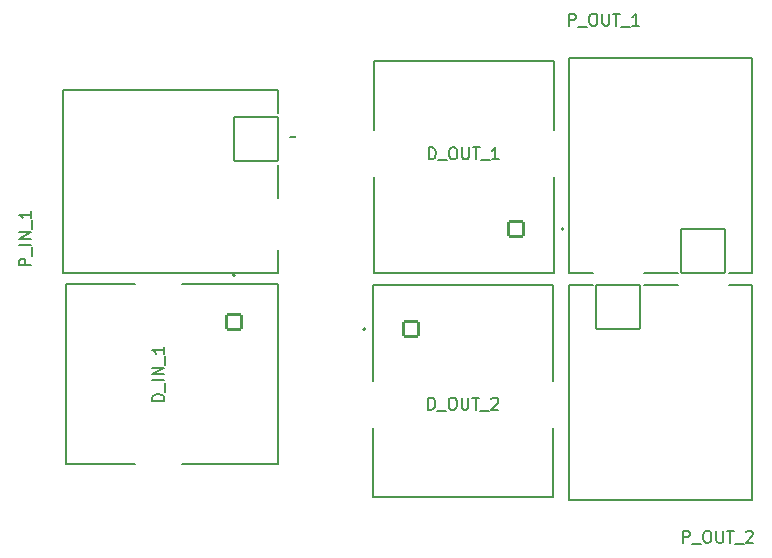
<source format=gto>
%TF.GenerationSoftware,KiCad,Pcbnew,8.0.1-8.0.1-1~ubuntu22.04.1*%
%TF.CreationDate,2024-04-16T22:31:17-04:00*%
%TF.ProjectId,rocker_splitter,726f636b-6572-45f7-9370-6c6974746572,rev?*%
%TF.SameCoordinates,Original*%
%TF.FileFunction,Legend,Top*%
%TF.FilePolarity,Positive*%
%FSLAX46Y46*%
G04 Gerber Fmt 4.6, Leading zero omitted, Abs format (unit mm)*
G04 Created by KiCad (PCBNEW 8.0.1-8.0.1-1~ubuntu22.04.1) date 2024-04-16 22:31:17*
%MOMM*%
%LPD*%
G01*
G04 APERTURE LIST*
G04 Aperture macros list*
%AMRoundRect*
0 Rectangle with rounded corners*
0 $1 Rounding radius*
0 $2 $3 $4 $5 $6 $7 $8 $9 X,Y pos of 4 corners*
0 Add a 4 corners polygon primitive as box body*
4,1,4,$2,$3,$4,$5,$6,$7,$8,$9,$2,$3,0*
0 Add four circle primitives for the rounded corners*
1,1,$1+$1,$2,$3*
1,1,$1+$1,$4,$5*
1,1,$1+$1,$6,$7*
1,1,$1+$1,$8,$9*
0 Add four rect primitives between the rounded corners*
20,1,$1+$1,$2,$3,$4,$5,0*
20,1,$1+$1,$4,$5,$6,$7,0*
20,1,$1+$1,$6,$7,$8,$9,0*
20,1,$1+$1,$8,$9,$2,$3,0*%
G04 Aperture macros list end*
%ADD10C,0.150000*%
%ADD11C,0.127000*%
%ADD12C,0.200000*%
%ADD13O,2.604000X1.404000*%
%ADD14RoundRect,0.102000X1.858000X-1.858000X1.858000X1.858000X-1.858000X1.858000X-1.858000X-1.858000X0*%
%ADD15C,3.920000*%
%ADD16RoundRect,0.102000X-1.858000X-1.858000X1.858000X-1.858000X1.858000X1.858000X-1.858000X1.858000X0*%
%ADD17O,1.404000X2.604000*%
%ADD18RoundRect,0.102000X1.858000X1.858000X-1.858000X1.858000X-1.858000X-1.858000X1.858000X-1.858000X0*%
%ADD19C,3.600000*%
%ADD20C,5.600000*%
%ADD21C,3.350000*%
%ADD22RoundRect,0.102000X-0.634000X0.634000X-0.634000X-0.634000X0.634000X-0.634000X0.634000X0.634000X0*%
%ADD23C,1.472000*%
%ADD24RoundRect,0.102000X0.634000X0.634000X-0.634000X0.634000X-0.634000X-0.634000X0.634000X-0.634000X0*%
%ADD25RoundRect,0.102000X-0.634000X-0.634000X0.634000X-0.634000X0.634000X0.634000X-0.634000X0.634000X0*%
G04 APERTURE END LIST*
D10*
X30282544Y-44631501D02*
X29282103Y-44631501D01*
X29282103Y-44631501D02*
X29282103Y-44250381D01*
X29282103Y-44250381D02*
X29329743Y-44155101D01*
X29329743Y-44155101D02*
X29377383Y-44107461D01*
X29377383Y-44107461D02*
X29472663Y-44059821D01*
X29472663Y-44059821D02*
X29615583Y-44059821D01*
X29615583Y-44059821D02*
X29710863Y-44107461D01*
X29710863Y-44107461D02*
X29758503Y-44155101D01*
X29758503Y-44155101D02*
X29806143Y-44250381D01*
X29806143Y-44250381D02*
X29806143Y-44631501D01*
X30377824Y-43869261D02*
X30377824Y-43107020D01*
X30282544Y-42868819D02*
X29282103Y-42868819D01*
X30282544Y-42392419D02*
X29282103Y-42392419D01*
X29282103Y-42392419D02*
X30282544Y-41820739D01*
X30282544Y-41820739D02*
X29282103Y-41820739D01*
X30377824Y-41582539D02*
X30377824Y-40820298D01*
X30282544Y-40058057D02*
X30282544Y-40629737D01*
X30282544Y-40343897D02*
X29282103Y-40343897D01*
X29282103Y-40343897D02*
X29425023Y-40439177D01*
X29425023Y-40439177D02*
X29520303Y-40534457D01*
X29520303Y-40534457D02*
X29567943Y-40629737D01*
X75841537Y-24335044D02*
X75841537Y-23334603D01*
X75841537Y-23334603D02*
X76222657Y-23334603D01*
X76222657Y-23334603D02*
X76317937Y-23382243D01*
X76317937Y-23382243D02*
X76365577Y-23429883D01*
X76365577Y-23429883D02*
X76413217Y-23525163D01*
X76413217Y-23525163D02*
X76413217Y-23668083D01*
X76413217Y-23668083D02*
X76365577Y-23763363D01*
X76365577Y-23763363D02*
X76317937Y-23811003D01*
X76317937Y-23811003D02*
X76222657Y-23858643D01*
X76222657Y-23858643D02*
X75841537Y-23858643D01*
X76603778Y-24430324D02*
X77366018Y-24430324D01*
X77794779Y-23334603D02*
X77985339Y-23334603D01*
X77985339Y-23334603D02*
X78080619Y-23382243D01*
X78080619Y-23382243D02*
X78175899Y-23477523D01*
X78175899Y-23477523D02*
X78223539Y-23668083D01*
X78223539Y-23668083D02*
X78223539Y-24001563D01*
X78223539Y-24001563D02*
X78175899Y-24192123D01*
X78175899Y-24192123D02*
X78080619Y-24287404D01*
X78080619Y-24287404D02*
X77985339Y-24335044D01*
X77985339Y-24335044D02*
X77794779Y-24335044D01*
X77794779Y-24335044D02*
X77699499Y-24287404D01*
X77699499Y-24287404D02*
X77604219Y-24192123D01*
X77604219Y-24192123D02*
X77556579Y-24001563D01*
X77556579Y-24001563D02*
X77556579Y-23668083D01*
X77556579Y-23668083D02*
X77604219Y-23477523D01*
X77604219Y-23477523D02*
X77699499Y-23382243D01*
X77699499Y-23382243D02*
X77794779Y-23334603D01*
X78652300Y-23334603D02*
X78652300Y-24144483D01*
X78652300Y-24144483D02*
X78699940Y-24239763D01*
X78699940Y-24239763D02*
X78747580Y-24287404D01*
X78747580Y-24287404D02*
X78842860Y-24335044D01*
X78842860Y-24335044D02*
X79033420Y-24335044D01*
X79033420Y-24335044D02*
X79128700Y-24287404D01*
X79128700Y-24287404D02*
X79176340Y-24239763D01*
X79176340Y-24239763D02*
X79223980Y-24144483D01*
X79223980Y-24144483D02*
X79223980Y-23334603D01*
X79557461Y-23334603D02*
X80129141Y-23334603D01*
X79843301Y-24335044D02*
X79843301Y-23334603D01*
X80224422Y-24430324D02*
X80986662Y-24430324D01*
X81748903Y-24335044D02*
X81177223Y-24335044D01*
X81463063Y-24335044D02*
X81463063Y-23334603D01*
X81463063Y-23334603D02*
X81367783Y-23477523D01*
X81367783Y-23477523D02*
X81272503Y-23572803D01*
X81272503Y-23572803D02*
X81177223Y-23620443D01*
X85488737Y-68115004D02*
X85488737Y-67114563D01*
X85488737Y-67114563D02*
X85869857Y-67114563D01*
X85869857Y-67114563D02*
X85965137Y-67162203D01*
X85965137Y-67162203D02*
X86012777Y-67209843D01*
X86012777Y-67209843D02*
X86060417Y-67305123D01*
X86060417Y-67305123D02*
X86060417Y-67448043D01*
X86060417Y-67448043D02*
X86012777Y-67543323D01*
X86012777Y-67543323D02*
X85965137Y-67590963D01*
X85965137Y-67590963D02*
X85869857Y-67638603D01*
X85869857Y-67638603D02*
X85488737Y-67638603D01*
X86250978Y-68210284D02*
X87013218Y-68210284D01*
X87441979Y-67114563D02*
X87632539Y-67114563D01*
X87632539Y-67114563D02*
X87727819Y-67162203D01*
X87727819Y-67162203D02*
X87823099Y-67257483D01*
X87823099Y-67257483D02*
X87870739Y-67448043D01*
X87870739Y-67448043D02*
X87870739Y-67781523D01*
X87870739Y-67781523D02*
X87823099Y-67972083D01*
X87823099Y-67972083D02*
X87727819Y-68067364D01*
X87727819Y-68067364D02*
X87632539Y-68115004D01*
X87632539Y-68115004D02*
X87441979Y-68115004D01*
X87441979Y-68115004D02*
X87346699Y-68067364D01*
X87346699Y-68067364D02*
X87251419Y-67972083D01*
X87251419Y-67972083D02*
X87203779Y-67781523D01*
X87203779Y-67781523D02*
X87203779Y-67448043D01*
X87203779Y-67448043D02*
X87251419Y-67257483D01*
X87251419Y-67257483D02*
X87346699Y-67162203D01*
X87346699Y-67162203D02*
X87441979Y-67114563D01*
X88299500Y-67114563D02*
X88299500Y-67924443D01*
X88299500Y-67924443D02*
X88347140Y-68019723D01*
X88347140Y-68019723D02*
X88394780Y-68067364D01*
X88394780Y-68067364D02*
X88490060Y-68115004D01*
X88490060Y-68115004D02*
X88680620Y-68115004D01*
X88680620Y-68115004D02*
X88775900Y-68067364D01*
X88775900Y-68067364D02*
X88823540Y-68019723D01*
X88823540Y-68019723D02*
X88871180Y-67924443D01*
X88871180Y-67924443D02*
X88871180Y-67114563D01*
X89204661Y-67114563D02*
X89776341Y-67114563D01*
X89490501Y-68115004D02*
X89490501Y-67114563D01*
X89871622Y-68210284D02*
X90633862Y-68210284D01*
X90824423Y-67209843D02*
X90872063Y-67162203D01*
X90872063Y-67162203D02*
X90967343Y-67114563D01*
X90967343Y-67114563D02*
X91205543Y-67114563D01*
X91205543Y-67114563D02*
X91300823Y-67162203D01*
X91300823Y-67162203D02*
X91348463Y-67209843D01*
X91348463Y-67209843D02*
X91396103Y-67305123D01*
X91396103Y-67305123D02*
X91396103Y-67400403D01*
X91396103Y-67400403D02*
X91348463Y-67543323D01*
X91348463Y-67543323D02*
X90776783Y-68115004D01*
X90776783Y-68115004D02*
X91396103Y-68115004D01*
X41547319Y-56101904D02*
X40547319Y-56101904D01*
X40547319Y-56101904D02*
X40547319Y-55863809D01*
X40547319Y-55863809D02*
X40594938Y-55720952D01*
X40594938Y-55720952D02*
X40690176Y-55625714D01*
X40690176Y-55625714D02*
X40785414Y-55578095D01*
X40785414Y-55578095D02*
X40975890Y-55530476D01*
X40975890Y-55530476D02*
X41118747Y-55530476D01*
X41118747Y-55530476D02*
X41309223Y-55578095D01*
X41309223Y-55578095D02*
X41404461Y-55625714D01*
X41404461Y-55625714D02*
X41499700Y-55720952D01*
X41499700Y-55720952D02*
X41547319Y-55863809D01*
X41547319Y-55863809D02*
X41547319Y-56101904D01*
X41642557Y-55340000D02*
X41642557Y-54578095D01*
X41547319Y-54339999D02*
X40547319Y-54339999D01*
X41547319Y-53863809D02*
X40547319Y-53863809D01*
X40547319Y-53863809D02*
X41547319Y-53292381D01*
X41547319Y-53292381D02*
X40547319Y-53292381D01*
X41642557Y-53054286D02*
X41642557Y-52292381D01*
X41547319Y-51530476D02*
X41547319Y-52101904D01*
X41547319Y-51816190D02*
X40547319Y-51816190D01*
X40547319Y-51816190D02*
X40690176Y-51911428D01*
X40690176Y-51911428D02*
X40785414Y-52006666D01*
X40785414Y-52006666D02*
X40833033Y-52101904D01*
X63968928Y-35649819D02*
X63968928Y-34649819D01*
X63968928Y-34649819D02*
X64207023Y-34649819D01*
X64207023Y-34649819D02*
X64349880Y-34697438D01*
X64349880Y-34697438D02*
X64445118Y-34792676D01*
X64445118Y-34792676D02*
X64492737Y-34887914D01*
X64492737Y-34887914D02*
X64540356Y-35078390D01*
X64540356Y-35078390D02*
X64540356Y-35221247D01*
X64540356Y-35221247D02*
X64492737Y-35411723D01*
X64492737Y-35411723D02*
X64445118Y-35506961D01*
X64445118Y-35506961D02*
X64349880Y-35602200D01*
X64349880Y-35602200D02*
X64207023Y-35649819D01*
X64207023Y-35649819D02*
X63968928Y-35649819D01*
X64730833Y-35745057D02*
X65492737Y-35745057D01*
X65921309Y-34649819D02*
X66111785Y-34649819D01*
X66111785Y-34649819D02*
X66207023Y-34697438D01*
X66207023Y-34697438D02*
X66302261Y-34792676D01*
X66302261Y-34792676D02*
X66349880Y-34983152D01*
X66349880Y-34983152D02*
X66349880Y-35316485D01*
X66349880Y-35316485D02*
X66302261Y-35506961D01*
X66302261Y-35506961D02*
X66207023Y-35602200D01*
X66207023Y-35602200D02*
X66111785Y-35649819D01*
X66111785Y-35649819D02*
X65921309Y-35649819D01*
X65921309Y-35649819D02*
X65826071Y-35602200D01*
X65826071Y-35602200D02*
X65730833Y-35506961D01*
X65730833Y-35506961D02*
X65683214Y-35316485D01*
X65683214Y-35316485D02*
X65683214Y-34983152D01*
X65683214Y-34983152D02*
X65730833Y-34792676D01*
X65730833Y-34792676D02*
X65826071Y-34697438D01*
X65826071Y-34697438D02*
X65921309Y-34649819D01*
X66778452Y-34649819D02*
X66778452Y-35459342D01*
X66778452Y-35459342D02*
X66826071Y-35554580D01*
X66826071Y-35554580D02*
X66873690Y-35602200D01*
X66873690Y-35602200D02*
X66968928Y-35649819D01*
X66968928Y-35649819D02*
X67159404Y-35649819D01*
X67159404Y-35649819D02*
X67254642Y-35602200D01*
X67254642Y-35602200D02*
X67302261Y-35554580D01*
X67302261Y-35554580D02*
X67349880Y-35459342D01*
X67349880Y-35459342D02*
X67349880Y-34649819D01*
X67683214Y-34649819D02*
X68254642Y-34649819D01*
X67968928Y-35649819D02*
X67968928Y-34649819D01*
X68349881Y-35745057D02*
X69111785Y-35745057D01*
X69873690Y-35649819D02*
X69302262Y-35649819D01*
X69587976Y-35649819D02*
X69587976Y-34649819D01*
X69587976Y-34649819D02*
X69492738Y-34792676D01*
X69492738Y-34792676D02*
X69397500Y-34887914D01*
X69397500Y-34887914D02*
X69302262Y-34935533D01*
X63923928Y-56839819D02*
X63923928Y-55839819D01*
X63923928Y-55839819D02*
X64162023Y-55839819D01*
X64162023Y-55839819D02*
X64304880Y-55887438D01*
X64304880Y-55887438D02*
X64400118Y-55982676D01*
X64400118Y-55982676D02*
X64447737Y-56077914D01*
X64447737Y-56077914D02*
X64495356Y-56268390D01*
X64495356Y-56268390D02*
X64495356Y-56411247D01*
X64495356Y-56411247D02*
X64447737Y-56601723D01*
X64447737Y-56601723D02*
X64400118Y-56696961D01*
X64400118Y-56696961D02*
X64304880Y-56792200D01*
X64304880Y-56792200D02*
X64162023Y-56839819D01*
X64162023Y-56839819D02*
X63923928Y-56839819D01*
X64685833Y-56935057D02*
X65447737Y-56935057D01*
X65876309Y-55839819D02*
X66066785Y-55839819D01*
X66066785Y-55839819D02*
X66162023Y-55887438D01*
X66162023Y-55887438D02*
X66257261Y-55982676D01*
X66257261Y-55982676D02*
X66304880Y-56173152D01*
X66304880Y-56173152D02*
X66304880Y-56506485D01*
X66304880Y-56506485D02*
X66257261Y-56696961D01*
X66257261Y-56696961D02*
X66162023Y-56792200D01*
X66162023Y-56792200D02*
X66066785Y-56839819D01*
X66066785Y-56839819D02*
X65876309Y-56839819D01*
X65876309Y-56839819D02*
X65781071Y-56792200D01*
X65781071Y-56792200D02*
X65685833Y-56696961D01*
X65685833Y-56696961D02*
X65638214Y-56506485D01*
X65638214Y-56506485D02*
X65638214Y-56173152D01*
X65638214Y-56173152D02*
X65685833Y-55982676D01*
X65685833Y-55982676D02*
X65781071Y-55887438D01*
X65781071Y-55887438D02*
X65876309Y-55839819D01*
X66733452Y-55839819D02*
X66733452Y-56649342D01*
X66733452Y-56649342D02*
X66781071Y-56744580D01*
X66781071Y-56744580D02*
X66828690Y-56792200D01*
X66828690Y-56792200D02*
X66923928Y-56839819D01*
X66923928Y-56839819D02*
X67114404Y-56839819D01*
X67114404Y-56839819D02*
X67209642Y-56792200D01*
X67209642Y-56792200D02*
X67257261Y-56744580D01*
X67257261Y-56744580D02*
X67304880Y-56649342D01*
X67304880Y-56649342D02*
X67304880Y-55839819D01*
X67638214Y-55839819D02*
X68209642Y-55839819D01*
X67923928Y-56839819D02*
X67923928Y-55839819D01*
X68304881Y-56935057D02*
X69066785Y-56935057D01*
X69257262Y-55935057D02*
X69304881Y-55887438D01*
X69304881Y-55887438D02*
X69400119Y-55839819D01*
X69400119Y-55839819D02*
X69638214Y-55839819D01*
X69638214Y-55839819D02*
X69733452Y-55887438D01*
X69733452Y-55887438D02*
X69781071Y-55935057D01*
X69781071Y-55935057D02*
X69828690Y-56030295D01*
X69828690Y-56030295D02*
X69828690Y-56125533D01*
X69828690Y-56125533D02*
X69781071Y-56268390D01*
X69781071Y-56268390D02*
X69209643Y-56839819D01*
X69209643Y-56839819D02*
X69828690Y-56839819D01*
D11*
%TO.C,P_IN_1*%
X53502500Y-33735000D02*
X52232500Y-33735000D01*
X53502500Y-35005000D02*
X53502500Y-33735000D01*
X53502500Y-33735000D02*
X54772500Y-33735000D01*
X53502500Y-32465000D02*
X53502500Y-33735000D01*
X32992500Y-29795000D02*
X32992500Y-45295000D01*
X51192500Y-29795000D02*
X32992500Y-29795000D01*
X32992500Y-45295000D02*
X51192500Y-45295000D01*
X51192500Y-38967000D02*
X51192500Y-36123000D01*
X51192500Y-29795000D02*
X51192500Y-31767000D01*
X51192500Y-45295000D02*
X51192500Y-43323000D01*
%TO.C,P_OUT_1*%
X75845000Y-45245000D02*
X77817000Y-45245000D01*
X91345000Y-45245000D02*
X89373000Y-45245000D01*
X82173000Y-45245000D02*
X85017000Y-45245000D01*
X75845000Y-27045000D02*
X75845000Y-45245000D01*
X91345000Y-45245000D02*
X91345000Y-27045000D01*
X91345000Y-27045000D02*
X75845000Y-27045000D01*
X88675000Y-47555000D02*
X87405000Y-47555000D01*
X87405000Y-47555000D02*
X87405000Y-48825000D01*
X86135000Y-47555000D02*
X87405000Y-47555000D01*
X87405000Y-47555000D02*
X87405000Y-46285000D01*
%TO.C,P_OUT_2*%
X91345000Y-46295000D02*
X89373000Y-46295000D01*
X75845000Y-46295000D02*
X77817000Y-46295000D01*
X85017000Y-46295000D02*
X82173000Y-46295000D01*
X91345000Y-64495000D02*
X91345000Y-46295000D01*
X75845000Y-46295000D02*
X75845000Y-64495000D01*
X75845000Y-64495000D02*
X91345000Y-64495000D01*
X78515000Y-43985000D02*
X79785000Y-43985000D01*
X79785000Y-43985000D02*
X79785000Y-42715000D01*
X81055000Y-43985000D02*
X79785000Y-43985000D01*
X79785000Y-43985000D02*
X79785000Y-45255000D01*
%TO.C,D_IN_1*%
X33212500Y-46220000D02*
X33212500Y-61460000D01*
X33212500Y-46220000D02*
X39097500Y-46220000D01*
X33212500Y-61460000D02*
X39097500Y-61460000D01*
X43087500Y-61460000D02*
X51212500Y-61460000D01*
X51212500Y-46220000D02*
X43087500Y-46220000D01*
X51212500Y-61460000D02*
X51212500Y-46220000D01*
D12*
X47542500Y-45470000D02*
G75*
G02*
X47342500Y-45470000I-100000J0D01*
G01*
X47342500Y-45470000D02*
G75*
G02*
X47542500Y-45470000I100000J0D01*
G01*
D11*
%TO.C,D_OUT_1*%
X59277500Y-27315000D02*
X59277500Y-33200000D01*
X59277500Y-37190000D02*
X59277500Y-45315000D01*
X59277500Y-45315000D02*
X74517500Y-45315000D01*
X74517500Y-27315000D02*
X59277500Y-27315000D01*
X74517500Y-27315000D02*
X74517500Y-33200000D01*
X74517500Y-45315000D02*
X74517500Y-37190000D01*
D12*
X75367500Y-41545000D02*
G75*
G02*
X75167500Y-41545000I-100000J0D01*
G01*
X75167500Y-41545000D02*
G75*
G02*
X75367500Y-41545000I100000J0D01*
G01*
D11*
%TO.C,D_OUT_2*%
X59232500Y-46265000D02*
X59232500Y-54390000D01*
X59232500Y-64265000D02*
X59232500Y-58380000D01*
X59232500Y-64265000D02*
X74472500Y-64265000D01*
X74472500Y-46265000D02*
X59232500Y-46265000D01*
X74472500Y-54390000D02*
X74472500Y-46265000D01*
X74472500Y-64265000D02*
X74472500Y-58380000D01*
D12*
X58582500Y-50035000D02*
G75*
G02*
X58382500Y-50035000I-100000J0D01*
G01*
X58382500Y-50035000D02*
G75*
G02*
X58582500Y-50035000I100000J0D01*
G01*
%TD*%
%LPC*%
D13*
%TO.C,P_IN_1*%
X43342500Y-30795000D03*
X43342500Y-44295000D03*
D14*
X49342500Y-33945000D03*
D15*
X49342500Y-41145000D03*
%TD*%
%TO.C,P_OUT_1*%
X79995000Y-43395000D03*
D16*
X87195000Y-43395000D03*
D17*
X76845000Y-37395000D03*
X90345000Y-37395000D03*
%TD*%
D15*
%TO.C,P_OUT_2*%
X87195000Y-48145000D03*
D18*
X79995000Y-48145000D03*
D17*
X90345000Y-54145000D03*
X76845000Y-54145000D03*
%TD*%
D19*
%TO.C,H2*%
X55395000Y-58095000D03*
D20*
X55395000Y-58095000D03*
%TD*%
D19*
%TO.C,H1*%
X55395000Y-33095000D03*
D20*
X55395000Y-33095000D03*
%TD*%
D21*
%TO.C,D_IN_1*%
X41092500Y-48124000D03*
X41092500Y-59556000D03*
D22*
X47442500Y-49395000D03*
D23*
X49982500Y-50665000D03*
X47442500Y-51935000D03*
X49982500Y-53205000D03*
X47442500Y-54475000D03*
X49982500Y-55745000D03*
X47442500Y-57015000D03*
X49982500Y-58285000D03*
%TD*%
D21*
%TO.C,D_OUT_1*%
X72613500Y-35195000D03*
X61181500Y-35195000D03*
D24*
X71342500Y-41545000D03*
D23*
X70072500Y-44085000D03*
X68802500Y-41545000D03*
X67532500Y-44085000D03*
X66262500Y-41545000D03*
X64992500Y-44085000D03*
X63722500Y-41545000D03*
X62452500Y-44085000D03*
%TD*%
D21*
%TO.C,D_OUT_2*%
X61136500Y-56385000D03*
X72568500Y-56385000D03*
D25*
X62407500Y-50035000D03*
D23*
X63677500Y-47495000D03*
X64947500Y-50035000D03*
X66217500Y-47495000D03*
X67487500Y-50035000D03*
X68757500Y-47495000D03*
X70027500Y-50035000D03*
X71297500Y-47495000D03*
%TD*%
%LPD*%
M02*

</source>
